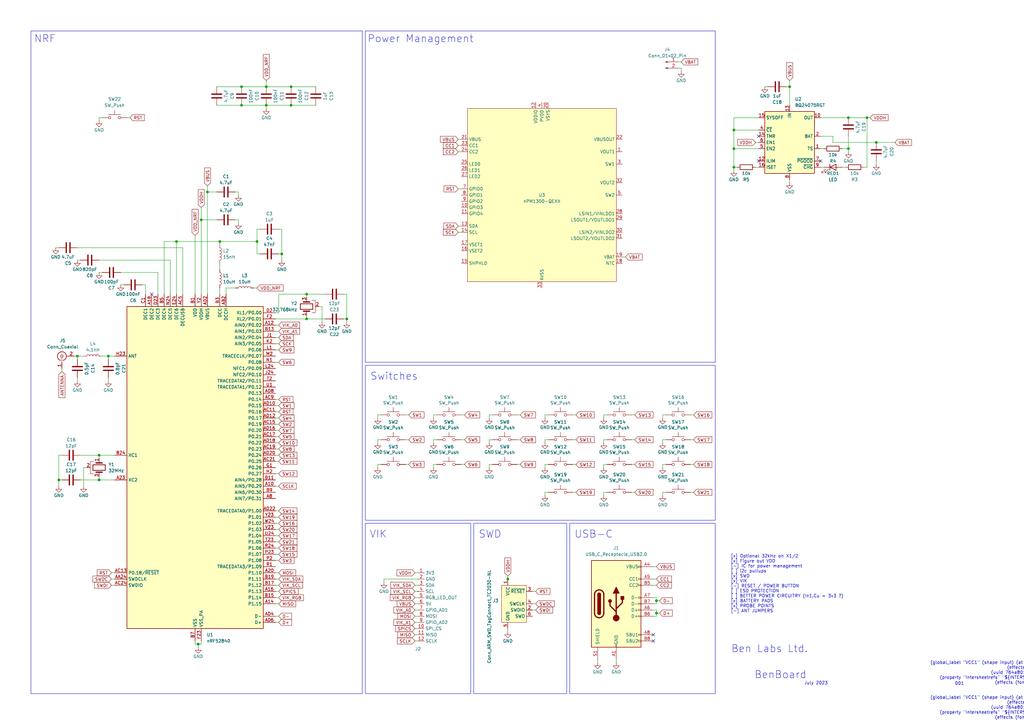
<source format=kicad_sch>
(kicad_sch (version 20230409) (generator eeschema)
  (paper "A3")
  (junction (at 44.45 146.05))
  (junction (at 269.24 246.38))
  (junction (at 142.24 130.81))
  (junction (at 208.28 237.49))
  (junction (at 300.99 68.58))
  (junction (at 347.98 60.96))
  (junction (at 72.39 99.06))
  (junction (at 323.85 35.56))
  (junction (at 359.41 58.42))
  (junction (at 125.73 130.81))
  (junction (at 115.57 104.14))
  (junction (at 269.24 251.46))
  (junction (at 109.22 43.18))
  (junction (at 347.98 48.26))
  (junction (at 355.6 48.26))
  (junction (at 125.73 120.65))
  (junction (at 90.17 99.06))
  (junction (at 24.13 196.85))
  (junction (at 40.64 196.85))
  (junction (at 82.55 90.17))
  (junction (at 40.64 186.69))
  (junction (at 81.28 264.16))
  (junction (at 109.22 35.56))
  (junction (at 300.99 53.34))
  (junction (at 300.99 60.96))
  (junction (at 99.06 43.18))
  (junction (at 119.38 35.56))
  (junction (at 31.75 146.05))
  (junction (at 105.41 99.06))
  (junction (at 119.38 43.18))
  (junction (at 99.06 35.56))
  (junction (at 85.09 78.74))
  (no_connect (at 311.15 66.04))
  (no_connect (at 267.97 260.35))
  (no_connect (at 336.55 66.04))
  (no_connect (at 267.97 262.89))
  (no_connect (at 62.23 120.65))
  (no_connect (at 311.15 55.88))
  (wire (pts (xy 114.3 224.79) (xy 113.03 224.79)))
  (wire (pts (xy 223.52 181.61) (xy 223.52 180.34)))
  (wire (pts (xy 114.3 120.65) (xy 114.3 128.27)))
  (wire (pts (xy 74.93 101.6) (xy 74.93 120.65)))
  (wire (pts (xy 24.13 101.6) (xy 22.86 101.6)))
  (wire (pts (xy 80.01 96.52) (xy 80.01 120.65)))
  (wire (pts (xy 341.63 58.42) (xy 359.41 58.42)))
  (wire (pts (xy 114.3 240.03) (xy 113.03 240.03)))
  (wire (pts (xy 81.28 265.43) (xy 81.28 264.16)))
  (wire (pts (xy 154.94 181.61) (xy 154.94 180.34)))
  (wire (pts (xy 187.96 77.47) (xy 189.23 77.47)))
  (wire (pts (xy 300.99 53.34) (xy 300.99 60.96)))
  (wire (pts (xy 114.3 212.09) (xy 113.03 212.09)))
  (wire (pts (xy 248.92 201.93) (xy 247.65 201.93)))
  (wire (pts (xy 187.96 95.25) (xy 189.23 95.25)))
  (wire (pts (xy 82.55 262.89) (xy 82.55 264.16)))
  (wire (pts (xy 24.13 196.85) (xy 25.4 196.85)))
  (wire (pts (xy 33.02 196.85) (xy 40.64 196.85)))
  (wire (pts (xy 236.22 190.5) (xy 234.95 190.5)))
  (wire (pts (xy 114.3 209.55) (xy 113.03 209.55)))
  (wire (pts (xy 341.63 55.88) (xy 336.55 55.88)))
  (wire (pts (xy 341.63 58.42) (xy 341.63 55.88)))
  (wire (pts (xy 248.92 190.5) (xy 247.65 190.5)))
  (wire (pts (xy 170.18 257.81) (xy 171.45 257.81)))
  (wire (pts (xy 189.23 180.34) (xy 190.5 180.34)))
  (wire (pts (xy 171.45 237.49) (xy 157.48 237.49)))
  (wire (pts (xy 114.3 219.71) (xy 113.03 219.71)))
  (wire (pts (xy 347.98 55.88) (xy 347.98 60.96)))
  (wire (pts (xy 99.06 43.18) (xy 109.22 43.18)))
  (wire (pts (xy 218.44 250.19) (xy 219.71 250.19)))
  (wire (pts (xy 114.3 194.31) (xy 113.03 194.31)))
  (wire (pts (xy 114.3 148.59) (xy 113.03 148.59)))
  (wire (pts (xy 167.64 190.5) (xy 166.37 190.5)))
  (wire (pts (xy 190.5 170.18) (xy 189.23 170.18)))
  (wire (pts (xy 323.85 33.02) (xy 323.85 35.56)))
  (wire (pts (xy 213.36 190.5) (xy 212.09 190.5)))
  (wire (pts (xy 170.18 262.89) (xy 171.45 262.89)))
  (wire (pts (xy 200.66 191.77) (xy 200.66 190.5)))
  (wire (pts (xy 40.64 48.26) (xy 40.64 49.53)))
  (wire (pts (xy 114.3 222.25) (xy 113.03 222.25)))
  (wire (pts (xy 259.08 180.34) (xy 260.35 180.34)))
  (wire (pts (xy 355.6 48.26) (xy 356.87 48.26)))
  (wire (pts (xy 96.52 90.17) (xy 97.79 90.17)))
  (wire (pts (xy 170.18 247.65) (xy 171.45 247.65)))
  (wire (pts (xy 224.79 201.93) (xy 223.52 201.93)))
  (wire (pts (xy 109.22 43.18) (xy 119.38 43.18)))
  (wire (pts (xy 234.95 201.93) (xy 236.22 201.93)))
  (wire (pts (xy 113.03 138.43) (xy 114.3 138.43)))
  (wire (pts (xy 45.72 237.49) (xy 46.99 237.49)))
  (wire (pts (xy 283.21 180.34) (xy 284.48 180.34)))
  (wire (pts (xy 114.3 143.51) (xy 113.03 143.51)))
  (wire (pts (xy 115.57 104.14) (xy 114.3 104.14)))
  (wire (pts (xy 336.55 60.96) (xy 337.82 60.96)))
  (wire (pts (xy 115.57 104.14) (xy 115.57 106.68)))
  (wire (pts (xy 114.3 229.87) (xy 113.03 229.87)))
  (wire (pts (xy 347.98 60.96) (xy 347.98 62.23)))
  (wire (pts (xy 33.02 106.68) (xy 31.75 106.68)))
  (wire (pts (xy 44.45 146.05) (xy 46.99 146.05)))
  (wire (pts (xy 247.65 171.45) (xy 247.65 170.18)))
  (wire (pts (xy 104.14 118.11) (xy 105.41 118.11)))
  (wire (pts (xy 187.96 57.15) (xy 189.23 57.15)))
  (wire (pts (xy 142.24 130.81) (xy 142.24 120.65)))
  (wire (pts (xy 300.99 68.58) (xy 302.26 68.58)))
  (wire (pts (xy 345.44 60.96) (xy 347.98 60.96)))
  (wire (pts (xy 45.72 234.95) (xy 46.99 234.95)))
  (wire (pts (xy 201.93 170.18) (xy 200.66 170.18)))
  (wire (pts (xy 80.01 264.16) (xy 80.01 262.89)))
  (wire (pts (xy 223.52 191.77) (xy 223.52 190.5)))
  (wire (pts (xy 154.94 191.77) (xy 154.94 190.5)))
  (wire (pts (xy 67.31 99.06) (xy 72.39 99.06)))
  (wire (pts (xy 170.18 250.19) (xy 171.45 250.19)))
  (wire (pts (xy 113.03 237.49) (xy 114.3 237.49)))
  (wire (pts (xy 114.3 171.45) (xy 113.03 171.45)))
  (wire (pts (xy 90.17 107.95) (xy 90.17 110.49)))
  (wire (pts (xy 170.18 240.03) (xy 171.45 240.03)))
  (wire (pts (xy 187.96 62.23) (xy 189.23 62.23)))
  (wire (pts (xy 170.18 242.57) (xy 171.45 242.57)))
  (wire (pts (xy 323.85 73.66) (xy 323.85 74.93)))
  (wire (pts (xy 170.18 260.35) (xy 171.45 260.35)))
  (wire (pts (xy 259.08 170.18) (xy 260.35 170.18)))
  (wire (pts (xy 279.4 29.21) (xy 279.4 27.94)))
  (wire (pts (xy 252.73 270.51) (xy 252.73 271.78)))
  (wire (pts (xy 259.08 201.93) (xy 260.35 201.93)))
  (wire (pts (xy 114.3 166.37) (xy 113.03 166.37)))
  (wire (pts (xy 41.91 146.05) (xy 44.45 146.05)))
  (wire (pts (xy 24.13 196.85) (xy 24.13 199.39)))
  (wire (pts (xy 248.92 180.34) (xy 247.65 180.34)))
  (wire (pts (xy 259.08 190.5) (xy 260.35 190.5)))
  (wire (pts (xy 113.03 133.35) (xy 114.3 133.35)))
  (wire (pts (xy 218.44 242.57) (xy 219.71 242.57)))
  (wire (pts (xy 30.48 146.05) (xy 31.75 146.05)))
  (wire (pts (xy 59.69 120.65) (xy 59.69 116.84)))
  (wire (pts (xy 115.57 93.98) (xy 115.57 104.14)))
  (wire (pts (xy 269.24 247.65) (xy 269.24 246.38)))
  (wire (pts (xy 355.6 68.58) (xy 355.6 48.26)))
  (wire (pts (xy 105.41 99.06) (xy 105.41 93.98)))
  (wire (pts (xy 170.18 255.27) (xy 171.45 255.27)))
  (wire (pts (xy 247.65 191.77) (xy 247.65 190.5)))
  (wire (pts (xy 119.38 35.56) (xy 129.54 35.56)))
  (wire (pts (xy 114.3 217.17) (xy 113.03 217.17)))
  (wire (pts (xy 267.97 250.19) (xy 269.24 250.19)))
  (wire (pts (xy 154.94 171.45) (xy 154.94 170.18)))
  (wire (pts (xy 273.05 170.18) (xy 271.78 170.18)))
  (wire (pts (xy 85.09 78.74) (xy 85.09 120.65)))
  (wire (pts (xy 269.24 246.38) (xy 270.51 246.38)))
  (wire (pts (xy 273.05 201.93) (xy 271.78 201.93)))
  (wire (pts (xy 283.21 190.5) (xy 284.48 190.5)))
  (wire (pts (xy 189.23 190.5) (xy 190.5 190.5)))
  (wire (pts (xy 187.96 92.71) (xy 189.23 92.71)))
  (wire (pts (xy 140.97 130.81) (xy 142.24 130.81)))
  (wire (pts (xy 156.21 190.5) (xy 154.94 190.5)))
  (wire (pts (xy 52.07 48.26) (xy 53.34 48.26)))
  (wire (pts (xy 278.13 25.4) (xy 279.4 25.4)))
  (wire (pts (xy 269.24 252.73) (xy 267.97 252.73)))
  (wire (pts (xy 35.56 191.77) (xy 34.29 191.77)))
  (wire (pts (xy 114.3 189.23) (xy 113.03 189.23)))
  (wire (pts (xy 234.95 170.18) (xy 236.22 170.18)))
  (wire (pts (xy 105.41 93.98) (xy 106.68 93.98)))
  (wire (pts (xy 92.71 118.11) (xy 96.52 118.11)))
  (wire (pts (xy 247.65 181.61) (xy 247.65 180.34)))
  (wire (pts (xy 82.55 264.16) (xy 81.28 264.16)))
  (wire (pts (xy 82.55 90.17) (xy 88.9 90.17)))
  (wire (pts (xy 99.06 35.56) (xy 109.22 35.56)))
  (wire (pts (xy 234.95 180.34) (xy 236.22 180.34)))
  (wire (pts (xy 170.18 234.95) (xy 171.45 234.95)))
  (wire (pts (xy 97.79 78.74) (xy 97.79 80.01)))
  (wire (pts (xy 45.72 240.03) (xy 46.99 240.03)))
  (wire (pts (xy 247.65 203.2) (xy 247.65 201.93)))
  (wire (pts (xy 208.28 236.22) (xy 208.28 237.49)))
  (wire (pts (xy 322.58 35.56) (xy 323.85 35.56)))
  (wire (pts (xy 113.03 247.65) (xy 114.3 247.65)))
  (wire (pts (xy 25.4 152.4) (xy 25.4 151.13)))
  (wire (pts (xy 114.3 227.33) (xy 113.03 227.33)))
  (wire (pts (xy 114.3 179.07) (xy 113.03 179.07)))
  (wire (pts (xy 323.85 35.56) (xy 323.85 43.18)))
  (wire (pts (xy 119.38 43.18) (xy 129.54 43.18)))
  (wire (pts (xy 201.93 180.34) (xy 200.66 180.34)))
  (wire (pts (xy 269.24 245.11) (xy 267.97 245.11)))
  (wire (pts (xy 187.96 59.69) (xy 189.23 59.69)))
  (wire (pts (xy 64.77 120.65) (xy 64.77 111.76)))
  (wire (pts (xy 157.48 237.49) (xy 157.48 238.76)))
  (wire (pts (xy 269.24 251.46) (xy 269.24 252.73)))
  (wire (pts (xy 41.91 111.76) (xy 40.64 111.76)))
  (wire (pts (xy 125.73 120.65) (xy 114.3 120.65)))
  (wire (pts (xy 223.52 203.2) (xy 223.52 201.93)))
  (wire (pts (xy 179.07 170.18) (xy 177.8 170.18)))
  (wire (pts (xy 113.03 234.95) (xy 114.3 234.95)))
  (wire (pts (xy 31.75 146.05) (xy 34.29 146.05)))
  (wire (pts (xy 224.79 190.5) (xy 223.52 190.5)))
  (wire (pts (xy 200.66 171.45) (xy 200.66 170.18)))
  (wire (pts (xy 44.45 146.05) (xy 44.45 147.32)))
  (wire (pts (xy 156.21 170.18) (xy 154.94 170.18)))
  (wire (pts (xy 125.73 120.65) (xy 125.73 121.92)))
  (wire (pts (xy 132.08 125.73) (xy 132.08 132.08)))
  (wire (pts (xy 355.6 68.58) (xy 354.33 68.58)))
  (wire (pts (xy 40.64 106.68) (xy 69.85 106.68)))
  (wire (pts (xy 88.9 43.18) (xy 99.06 43.18)))
  (wire (pts (xy 105.41 104.14) (xy 105.41 99.06)))
  (wire (pts (xy 109.22 33.02) (xy 109.22 35.56)))
  (wire (pts (xy 177.8 181.61) (xy 177.8 180.34)))
  (wire (pts (xy 273.05 180.34) (xy 271.78 180.34)))
  (wire (pts (xy 113.03 245.11) (xy 114.3 245.11)))
  (wire (pts (xy 113.03 255.27) (xy 114.3 255.27)))
  (wire (pts (xy 96.52 78.74) (xy 97.79 78.74)))
  (wire (pts (xy 300.99 60.96) (xy 311.15 60.96)))
  (wire (pts (xy 267.97 247.65) (xy 269.24 247.65)))
  (wire (pts (xy 179.07 190.5) (xy 177.8 190.5)))
  (wire (pts (xy 177.8 191.77) (xy 177.8 190.5)))
  (wire (pts (xy 114.3 93.98) (xy 115.57 93.98)))
  (wire (pts (xy 113.03 252.73) (xy 114.3 252.73)))
  (wire (pts (xy 40.64 195.58) (xy 40.64 196.85)))
  (wire (pts (xy 31.75 147.32) (xy 31.75 146.05)))
  (wire (pts (xy 113.03 242.57) (xy 114.3 242.57)))
  (wire (pts (xy 49.53 116.84) (xy 50.8 116.84)))
  (wire (pts (xy 109.22 43.18) (xy 109.22 44.45)))
  (wire (pts (xy 245.11 270.51) (xy 245.11 271.78)))
  (wire (pts (xy 359.41 58.42) (xy 367.03 58.42)))
  (wire (pts (xy 58.42 116.84) (xy 59.69 116.84)))
  (wire (pts (xy 25.4 186.69) (xy 24.13 186.69)))
  (wire (pts (xy 167.64 170.18) (xy 166.37 170.18)))
  (wire (pts (xy 224.79 170.18) (xy 223.52 170.18)))
  (wire (pts (xy 113.03 135.89) (xy 114.3 135.89)))
  (wire (pts (xy 40.64 196.85) (xy 46.99 196.85)))
  (wire (pts (xy 267.97 237.49) (xy 269.24 237.49)))
  (wire (pts (xy 90.17 99.06) (xy 105.41 99.06)))
  (wire (pts (xy 31.75 154.94) (xy 31.75 156.21)))
  (wire (pts (xy 113.03 128.27) (xy 114.3 128.27)))
  (wire (pts (xy 218.44 247.65) (xy 219.71 247.65)))
  (wire (pts (xy 223.52 171.45) (xy 223.52 170.18)))
  (wire (pts (xy 255.27 105.41) (xy 256.54 105.41)))
  (wire (pts (xy 142.24 130.81) (xy 142.24 132.08)))
  (wire (pts (xy 85.09 78.74) (xy 88.9 78.74)))
  (wire (pts (xy 300.99 48.26) (xy 311.15 48.26)))
  (wire (pts (xy 248.92 170.18) (xy 247.65 170.18)))
  (wire (pts (xy 269.24 251.46) (xy 270.51 251.46)))
  (wire (pts (xy 113.03 130.81) (xy 125.73 130.81)))
  (wire (pts (xy 40.64 186.69) (xy 40.64 187.96)))
  (wire (pts (xy 34.29 191.77) (xy 34.29 199.39)))
  (wire (pts (xy 82.55 90.17) (xy 82.55 120.65)))
  (wire (pts (xy 40.64 48.26) (xy 41.91 48.26)))
  (wire (pts (xy 82.55 85.09) (xy 82.55 90.17)))
  (wire (pts (xy 269.24 250.19) (xy 269.24 251.46)))
  (wire (pts (xy 311.15 53.34) (xy 300.99 53.34)))
  (wire (pts (xy 106.68 104.14) (xy 105.41 104.14)))
  (wire (pts (xy 267.97 240.03) (xy 269.24 240.03)))
  (wire (pts (xy 200.66 181.61) (xy 200.66 180.34)))
  (wire (pts (xy 113.03 140.97) (xy 114.3 140.97)))
  (wire (pts (xy 85.09 76.2) (xy 85.09 78.74)))
  (wire (pts (xy 269.24 246.38) (xy 269.24 245.11)))
  (wire (pts (xy 90.17 99.06) (xy 90.17 100.33)))
  (wire (pts (xy 125.73 130.81) (xy 125.73 129.54)))
  (wire (pts (xy 114.3 214.63) (xy 113.03 214.63)))
  (wire (pts (xy 72.39 99.06) (xy 72.39 120.65)))
  (wire (pts (xy 314.96 35.56) (xy 313.69 35.56)))
  (wire (pts (xy 113.03 163.83) (xy 114.3 163.83)))
  (wire (pts (xy 140.97 120.65) (xy 142.24 120.65)))
  (wire (pts (xy 212.09 170.18) (xy 213.36 170.18)))
  (wire (pts (xy 92.71 120.65) (xy 92.71 118.11)))
  (wire (pts (xy 113.03 199.39) (xy 114.3 199.39)))
  (wire (pts (xy 31.75 101.6) (xy 74.93 101.6)))
  (wire (pts (xy 300.99 48.26) (xy 300.99 53.34)))
  (wire (pts (xy 133.35 120.65) (xy 125.73 120.65)))
  (wire (pts (xy 114.3 173.99) (xy 113.03 173.99)))
  (wire (pts (xy 69.85 120.65) (xy 69.85 106.68)))
  (wire (pts (xy 300.99 60.96) (xy 300.99 68.58)))
  (wire (pts (xy 44.45 154.94) (xy 44.45 156.21)))
  (wire (pts (xy 345.44 68.58) (xy 346.71 68.58)))
  (wire (pts (xy 125.73 130.81) (xy 133.35 130.81)))
  (wire (pts (xy 179.07 180.34) (xy 177.8 180.34)))
  (wire (pts (xy 283.21 170.18) (xy 284.48 170.18)))
  (wire (pts (xy 224.79 180.34) (xy 223.52 180.34)))
  (wire (pts (xy 67.31 120.65) (xy 67.31 99.06)))
  (wire (pts (xy 130.81 125.73) (xy 132.08 125.73)))
  (wire (pts (xy 90.17 118.11) (xy 90.17 120.65)))
  (wire (pts (xy 40.64 186.69) (xy 46.99 186.69)))
  (wire (pts (xy 309.88 68.58) (xy 311.15 68.58)))
  (wire (pts (xy 201.93 190.5) (xy 200.66 190.5)))
  (wire (pts (xy 170.18 252.73) (xy 171.45 252.73)))
  (wire (pts (xy 156.21 180.34) (xy 154.94 180.34)))
  (wire (pts (xy 336.55 68.58) (xy 337.82 68.58)))
  (wire (pts (xy 271.78 203.2) (xy 271.78 201.93)))
  (wire (pts (xy 72.39 99.06) (xy 90.17 99.06)))
  (wire (pts (xy 212.09 180.34) (xy 213.36 180.34)))
  (wire (pts (xy 114.3 184.15) (xy 113.03 184.15)))
  (wire (pts (xy 170.18 245.11) (xy 171.45 245.11)))
  (wire (pts (xy 278.13 27.94) (xy 279.4 27.94)))
  (wire (pts (xy 33.02 186.69) (xy 40.64 186.69)))
  (wire (pts (xy 271.78 181.61) (xy 271.78 180.34)))
  (wire (pts (xy 88.9 35.56) (xy 99.06 35.56)))
  (wire (pts (xy 49.53 111.76) (xy 64.77 111.76)))
  (wire (pts (xy 166.37 180.34) (xy 167.64 180.34)))
  (wire (pts (xy 109.22 35.56) (xy 119.38 35.56)))
  (wire (pts (xy 114.3 186.69) (xy 113.03 186.69)))
  (wire (pts (xy 208.28 257.81) (xy 208.28 259.08)))
  (wire (pts (xy 80.01 264.16) (xy 81.28 264.16)))
  (wire (pts (xy 271.78 171.45) (xy 271.78 170.18)))
  (wire (pts (xy 300.99 68.58) (xy 300.99 69.85)))
  (wire (pts (xy 24.13 186.69) (xy 24.13 196.85)))
  (wire (pts (xy 359.41 67.31) (xy 359.41 66.04)))
  (wire (pts (xy 113.03 168.91) (xy 114.3 168.91)))
  (wire (pts (xy 267.97 232.41) (xy 269.24 232.41)))
  (wire (pts (xy 97.79 90.17) (xy 97.79 91.44)))
  (wire (pts (xy 273.05 190.5) (xy 271.78 190.5)))
  (wire (pts (xy 283.21 201.93) (xy 284.48 201.93)))
  (wire (pts (xy 336.55 48.26) (xy 347.98 48.26)))
  (wire (pts (xy 309.88 58.42) (xy 311.15 58.42)))
  (wire (pts (xy 347.98 48.26) (xy 355.6 48.26)))
  (wire (pts (xy 208.28 237.49) (xy 208.28 238.76)))
  (wire (pts (xy 114.3 176.53) (xy 113.03 176.53)))
  (wire (pts (xy 177.8 171.45) (xy 177.8 170.18)))
  (wire (pts (xy 271.78 191.77) (xy 271.78 190.5)))
  (wire (pts (xy 114.3 181.61) (xy 113.03 181.61)))
  (rectangle (start 12.7 12.7) (end 148.59 284.48))
  (rectangle (start 233.68 214.63) (end 293.37 284.48))
  (rectangle (start 194.31 214.63) (end 232.41 284.48))
  (rectangle (start 149.86 149.86) (end 293.37 213.36))
  (rectangle (start 149.86 12.7) (end 293.37 148.59))
  (rectangle (start 149.86 214.63) (end 193.04 284.48))
  (text "[x] Optional 32kHz on X1/2\n[x] Figure out VDD\n[-] IC for power management\n[ ] i2c pullups\n[x] SWD\n[x] VIK\n[-] RESET / POWER BUTTON\n[ ] ESD PROTECTION\n[ ] BETTER POWER CIRCUITRY (In1.Cu = 3v3 ?)\n[x] BATTERY PADS\n[x] PROBE POINTS\n[-] ANT JUMPERS" (at 299.72 251.46 0) (effects (font (size 1.27 1.27)) (justify left bottom)))
  (text "USB-C" (at 251.46 220.98 0) (effects (font (size 3 3)) (justify right bottom)))
  (text "001\n" (at 395.4131 281.2115 0) (effects (font (size 1.27 1.27)) (justify right bottom)))
  (text "Switches\n" (at 171.45 156.21 0) (effects (font (size 3 3)) (justify right bottom)))
  (text "Ben Labs Ltd." (at 331.47 267.97 0) (effects (font (size 3 3)) (justify right bottom)))
  (text "SWD\n" (at 205.74 220.98 0) (effects (font (size 3 3)) (justify right bottom)))
  (text "NRF" (at 22.86 17.78 0) (effects (font (size 3 3)) (justify right bottom)))
  (text "BenBoard" (at 330.87 278.6279 0) (effects (font (size 3 3)) (justify right bottom)))
  (text "Power Management\n" (at 194.31 17.78 0) (effects (font (size 3 3)) (justify right bottom)))
  (text "VIK" (at 158.75 220.98 0) (effects (font (size 3 3)) (justify right bottom)))
  (text "July 2023\n" (at 339.5801 281.0095 0) (effects (font (size 1.27 1.27)) (justify right bottom)))
  (text "(global_label \"VCC1\" (shape input) (at 269.24 237.49 0) (fields_autoplaced)\n  (effects (font (size 1.27 1.27)) (justify left))\n  (uuid 764a8019-8547-4c42-bd1d-b73854bda07f)\n  (property \"Intersheetrefs\" \"${INTERSHEET_REFS}\" (at 277.0633 237.49 0)\n    (effects (font (size 1.27 1.27)) (justify left) hide)\n  )\n)\n(global_label \"VCC1\" (shape input) (at 269.24 237.49 0) (fields_autoplaced)\n  (effects (font (size 1.27 1.27)) (justify left))\n  (uuid 764a8019-8547-4c42-bd1d-b73854bda07f)\n  (property \"Intersheetrefs\" \"${INTERSHEET_REFS}\" (at 277.0633 237.49 0)\n    (effects (font (size 1.27 1.27)) (justify left) hide)\n  )\n" (at 457.2 297.18 0) (effects (font (size 1.27 1.27)) (justify right bottom)))
  (global_label "RST" (shape input) (at 45.72 234.95 180) (property "Intersheetrefs" "${INTERSHEET_REFS}" (effects hide)))
  (global_label "SW15" (shape input) (at 260.35 190.5 0) (property "Intersheetrefs" "${INTERSHEET_REFS}" (effects hide)))
  (global_label "SW20" (shape input) (at 260.35 201.93 0) (property "Intersheetrefs" "${INTERSHEET_REFS}" (effects hide)))
  (global_label "MISO" (shape input) (at 170.18 260.35 180) (property "Intersheetrefs" "${INTERSHEET_REFS}" (effects hide)))
  (global_label "SW14" (shape input) (at 260.35 180.34 0) (property "Intersheetrefs" "${INTERSHEET_REFS}" (effects hide)))
  (global_label "ANTENNA" (shape input) (at 25.4 152.4 270) (property "Intersheetrefs" "${INTERSHEET_REFS}" (effects hide)))
  (global_label "SW19" (shape input) (at 236.22 201.93 0) (property "Intersheetrefs" "${INTERSHEET_REFS}" (effects hide)))
  (global_label "SW2" (shape input) (at 167.64 180.34 0) (property "Intersheetrefs" "${INTERSHEET_REFS}" (effects hide)))
  (global_label "SW16" (shape input) (at 114.3 214.63 0) (property "Intersheetrefs" "${INTERSHEET_REFS}" (effects hide)))
  (global_label "SDA" (shape input) (at 187.96 92.71 180) (property "Intersheetrefs" "${INTERSHEET_REFS}" (effects hide)))
  (global_label "SCK" (shape input) (at 187.96 95.25 180) (property "Intersheetrefs" "${INTERSHEET_REFS}" (effects hide)))
  (global_label "SW18" (shape input) (at 114.3 224.79 0) (property "Intersheetrefs" "${INTERSHEET_REFS}" (effects hide)))
  (global_label "SPICS" (shape input) (at 114.3 242.57 0) (property "Intersheetrefs" "${INTERSHEET_REFS}" (effects hide)))
  (global_label "VDDH" (shape input) (at 309.88 58.42 180) (property "Intersheetrefs" "${INTERSHEET_REFS}" (effects hide)))
  (global_label "VIK_SCL" (shape input) (at 170.18 242.57 180) (property "Intersheetrefs" "${INTERSHEET_REFS}" (effects hide)))
  (global_label "MOSI" (shape input) (at 114.3 234.95 0) (property "Intersheetrefs" "${INTERSHEET_REFS}" (effects hide)))
  (global_label "VBUS" (shape input) (at 323.85 33.02 90) (property "Intersheetrefs" "${INTERSHEET_REFS}" (effects hide)))
  (global_label "VBAT" (shape input) (at 256.54 105.41 0) (property "Intersheetrefs" "${INTERSHEET_REFS}" (effects hide)))
  (global_label "VDD_NRF" (shape input) (at 105.41 118.11 0) (property "Intersheetrefs" "${INTERSHEET_REFS}" (effects hide)))
  (global_label "SW8" (shape input) (at 213.36 180.34 0) (property "Intersheetrefs" "${INTERSHEET_REFS}" (effects hide)))
  (global_label "D+" (shape input) (at 270.51 251.46 0) (property "Intersheetrefs" "${INTERSHEET_REFS}" (effects hide)))
  (global_label "VIK_A0" (shape input) (at 170.18 250.19 180) (property "Intersheetrefs" "${INTERSHEET_REFS}" (effects hide)))
  (global_label "MOSI" (shape input) (at 170.18 252.73 180) (property "Intersheetrefs" "${INTERSHEET_REFS}" (effects hide)))
  (global_label "SW19" (shape input) (at 114.3 212.09 0) (property "Intersheetrefs" "${INTERSHEET_REFS}" (effects hide)))
  (global_label "SWDI" (shape input) (at 45.72 240.03 180) (property "Intersheetrefs" "${INTERSHEET_REFS}" (effects hide)))
  (global_label "SW16" (shape input) (at 284.48 170.18 0) (property "Intersheetrefs" "${INTERSHEET_REFS}" (effects hide)))
  (global_label "VBAT" (shape input) (at 279.4 25.4 0) (property "Intersheetrefs" "${INTERSHEET_REFS}" (effects hide)))
  (global_label "CC2" (shape input) (at 269.24 240.03 0) (property "Intersheetrefs" "${INTERSHEET_REFS}" (effects hide)))
  (global_label "VIK_SDA" (shape input) (at 170.18 240.03 180) (property "Intersheetrefs" "${INTERSHEET_REFS}" (effects hide)))
  (global_label "SW2" (shape input) (at 114.3 173.99 0) (property "Intersheetrefs" "${INTERSHEET_REFS}" (effects hide)))
  (global_label "RST" (shape input) (at 114.3 163.83 0) (property "Intersheetrefs" "${INTERSHEET_REFS}" (effects hide)))
  (global_label "SW5" (shape input) (at 114.3 179.07 0) (property "Intersheetrefs" "${INTERSHEET_REFS}" (effects hide)))
  (global_label "SPICS" (shape input) (at 170.18 257.81 180) (property "Intersheetrefs" "${INTERSHEET_REFS}" (effects hide)))
  (global_label "VIK_SDA" (shape input) (at 114.3 237.49 0) (property "Intersheetrefs" "${INTERSHEET_REFS}" (effects hide)))
  (global_label "VBAT" (shape input) (at 367.03 58.42 0) (property "Intersheetrefs" "${INTERSHEET_REFS}" (effects hide)))
  (global_label "SCLK" (shape input) (at 114.3 199.39 0) (property "Intersheetrefs" "${INTERSHEET_REFS}" (effects hide)))
  (global_label "SW17" (shape input) (at 114.3 219.71 0) (property "Intersheetrefs" "${INTERSHEET_REFS}" (effects hide)))
  (global_label "VDDH" (shape input) (at 82.55 85.09 90) (property "Intersheetrefs" "${INTERSHEET_REFS}" (effects hide)))
  (global_label "SW7" (shape input) (at 213.36 170.18 0) (property "Intersheetrefs" "${INTERSHEET_REFS}" (effects hide)))
  (global_label "MISO" (shape input) (at 114.3 247.65 0) (property "Intersheetrefs" "${INTERSHEET_REFS}" (effects hide)))
  (global_label "RST" (shape input) (at 53.34 48.26 0) (property "Intersheetrefs" "${INTERSHEET_REFS}" (effects hide)))
  (global_label "VDDH" (shape input) (at 170.18 234.95 180) (property "Intersheetrefs" "${INTERSHEET_REFS}" (effects hide)))
  (global_label "SWDC" (shape input) (at 219.71 247.65 0) (property "Intersheetrefs" "${INTERSHEET_REFS}" (effects hide)))
  (global_label "SW20" (shape input) (at 114.3 217.17 0) (property "Intersheetrefs" "${INTERSHEET_REFS}" (effects hide)))
  (global_label "SW10" (shape input) (at 236.22 170.18 0) (property "Intersheetrefs" "${INTERSHEET_REFS}" (effects hide)))
  (global_label "VDD_NRF" (shape input) (at 109.22 33.02 90) (property "Intersheetrefs" "${INTERSHEET_REFS}" (effects hide)))
  (global_label "VIK_RGB" (shape input) (at 114.3 245.11 0) (property "Intersheetrefs" "${INTERSHEET_REFS}" (effects hide)))
  (global_label "RST" (shape input) (at 219.71 242.57 0) (property "Intersheetrefs" "${INTERSHEET_REFS}" (effects hide)))
  (global_label "VDDH" (shape input) (at 356.87 48.26 0) (property "Intersheetrefs" "${INTERSHEET_REFS}" (effects hide)))
  (global_label "CC2" (shape input) (at 187.96 62.23 180) (property "Intersheetrefs" "${INTERSHEET_REFS}" (effects hide)))
  (global_label "VIK_A1" (shape input) (at 170.18 255.27 180) (property "Intersheetrefs" "${INTERSHEET_REFS}" (effects hide)))
  (global_label "SW9" (shape input) (at 213.36 190.5 0) (property "Intersheetrefs" "${INTERSHEET_REFS}" (effects hide)))
  (global_label "CC1" (shape input) (at 269.24 237.49 0) (property "Intersheetrefs" "${INTERSHEET_REFS}" (effects hide)))
  (global_label "SW11" (shape input) (at 114.3 189.23 0) (property "Intersheetrefs" "${INTERSHEET_REFS}" (effects hide)))
  (global_label "SW13" (shape input) (at 114.3 186.69 0) (property "Intersheetrefs" "${INTERSHEET_REFS}" (effects hide)))
  (global_label "RST" (shape input) (at 187.96 77.47 180) (property "Intersheetrefs" "${INTERSHEET_REFS}" (effects hide)))
  (global_label "D-" (shape input) (at 270.51 246.38 0) (property "Intersheetrefs" "${INTERSHEET_REFS}" (effects hide)))
  (global_label "SW6" (shape input) (at 114.3 148.59 0) (property "Intersheetrefs" "${INTERSHEET_REFS}" (effects hide)))
  (global_label "SW11" (shape input) (at 236.22 180.34 0) (property "Intersheetrefs" "${INTERSHEET_REFS}" (effects hide)))
  (global_label "SW1" (shape input) (at 167.64 170.18 0) (property "Intersheetrefs" "${INTERSHEET_REFS}" (effects hide)))
  (global_label "SW9" (shape input) (at 114.3 143.51 0) (property "Intersheetrefs" "${INTERSHEET_REFS}" (effects hide)))
  (global_label "SW5" (shape input) (at 190.5 180.34 0) (property "Intersheetrefs" "${INTERSHEET_REFS}" (effects hide)))
  (global_label "SDA" (shape input) (at 114.3 138.43 0) (property "Intersheetrefs" "${INTERSHEET_REFS}" (effects hide)))
  (global_label "SW3" (shape input) (at 167.64 190.5 0) (property "Intersheetrefs" "${INTERSHEET_REFS}" (effects hide)))
  (global_label "RST" (shape input) (at 114.3 168.91 0) (property "Intersheetrefs" "${INTERSHEET_REFS}" (effects hide)))
  (global_label "SWDC" (shape input) (at 45.72 237.49 180) (property "Intersheetrefs" "${INTERSHEET_REFS}" (effects hide)))
  (global_label "SWDI" (shape input) (at 219.71 250.19 0) (property "Intersheetrefs" "${INTERSHEET_REFS}" (effects hide)))
  (global_label "SW10" (shape input) (at 114.3 181.61 0) (property "Intersheetrefs" "${INTERSHEET_REFS}" (effects hide)))
  (global_label "SW8" (shape input) (at 114.3 184.15 0) (property "Intersheetrefs" "${INTERSHEET_REFS}" (effects hide)))
  (global_label "D-" (shape input) (at 114.3 252.73 0) (property "Intersheetrefs" "${INTERSHEET_REFS}" (effects hide)))
  (global_label "VBUS" (shape input) (at 269.24 232.41 0) (property "Intersheetrefs" "${INTERSHEET_REFS}" (effects hide)))
  (global_label "SCK" (shape input) (at 114.3 140.97 0) (property "Intersheetrefs" "${INTERSHEET_REFS}" (effects hide)))
  (global_label "SW4" (shape input) (at 190.5 170.18 0) (property "Intersheetrefs" "${INTERSHEET_REFS}" (effects hide)))
  (global_label "SW3" (shape input) (at 114.3 229.87 0) (property "Intersheetrefs" "${INTERSHEET_REFS}" (effects hide)))
  (global_label "SW13" (shape input) (at 260.35 170.18 0) (property "Intersheetrefs" "${INTERSHEET_REFS}" (effects hide)))
  (global_label "SW18" (shape input) (at 284.48 190.5 0) (property "Intersheetrefs" "${INTERSHEET_REFS}" (effects hide)))
  (global_label "SW1" (shape input) (at 114.3 166.37 0) (property "Intersheetrefs" "${INTERSHEET_REFS}" (effects hide)))
  (global_label "VDDH" (shape input) (at 208.28 236.22 90) (property "Intersheetrefs" "${INTERSHEET_REFS}" (effects hide)))
  (global_label "SW12" (shape input) (at 114.3 194.31 0) (property "Intersheetrefs" "${INTERSHEET_REFS}" (effects hide)))
  (global_label "VBUS" (shape input) (at 170.18 247.65 180) (property "Intersheetrefs" "${INTERSHEET_REFS}" (effects hide)))
  (global_label "CC1" (shape input) (at 187.96 59.69 180) (property "Intersheetrefs" "${INTERSHEET_REFS}" (effects hide)))
  (global_label "VBUS" (shape input) (at 187.96 57.15 180) (property "Intersheetrefs" "${INTERSHEET_REFS}" (effects hide)))
  (global_label "VIK_SCL" (shape input) (at 114.3 240.03 0) (property "Intersheetrefs" "${INTERSHEET_REFS}" (effects hide)))
  (global_label "VDD_NRF" (shape input) (at 80.01 96.52 90) (property "Intersheetrefs" "${INTERSHEET_REFS}" (effects hide)))
  (global_label "SW4" (shape input) (at 114.3 171.45 0) (property "Intersheetrefs" "${INTERSHEET_REFS}" (effects hide)))
  (global_label "SW21" (shape input) (at 114.3 222.25 0) (property "Intersheetrefs" "${INTERSHEET_REFS}" (effects hide)))
  (global_label "VBUS" (shape input) (at 85.09 76.2 90) (property "Intersheetrefs" "${INTERSHEET_REFS}" (effects hide)))
  (global_label "SW21" (shape input) (at 284.48 201.93 0) (property "Intersheetrefs" "${INTERSHEET_REFS}" (effects hide)))
  (global_label "SCLK" (shape input) (at 170.18 262.89 180) (property "Intersheetrefs" "${INTERSHEET_REFS}" (effects hide)))
  (global_label "SW12" (shape input) (at 236.22 190.5 0) (property "Intersheetrefs" "${INTERSHEET_REFS}" (effects hide)))
  (global_label "SW6" (shape input) (at 190.5 190.5 0) (property "Intersheetrefs" "${INTERSHEET_REFS}" (effects hide)))
  (global_label "SW17" (shape input) (at 284.48 180.34 0) (property "Intersheetrefs" "${INTERSHEET_REFS}" (effects hide)))
  (global_label "SW7" (shape input) (at 114.3 176.53 0) (property "Intersheetrefs" "${INTERSHEET_REFS}" (effects hide)))
  (global_label "VIK_RGB" (shape input) (at 170.18 245.11 180) (property "Intersheetrefs" "${INTERSHEET_REFS}" (effects hide)))
  (global_label "D+" (shape input) (at 114.3 255.27 0) (property "Intersheetrefs" "${INTERSHEET_REFS}" (effects hide)))
  (global_label "VIK_A1" (shape input) (at 114.3 135.89 0) (property "Intersheetrefs" "${INTERSHEET_REFS}" (effects hide)))
  (global_label "VIK_A0" (shape input) (at 114.3 133.35 0) (property "Intersheetrefs" "${INTERSHEET_REFS}" (effects hide)))
  (global_label "SW14" (shape input) (at 114.3 209.55 0) (property "Intersheetrefs" "${INTERSHEET_REFS}" (effects hide)))
  (global_label "SW15" (shape input) (at 114.3 227.33 0) (property "Intersheetrefs" "${INTERSHEET_REFS}" (effects hide)))
  (symbol (lib_id "Switch:SW_Push") (at 161.29 180.34 0) (unit 1)
    (property "Reference" "SW2" (at 161.29 173.101 0))
    (property "Value" "SW_Push" (at 161.29 175.4124 0))
    (property "Footprint" "keyswitches:Kailh_socket_MX" (effects hide))
  )
  (symbol (lib_id "Switch:SW_Push") (at 161.29 170.18 0) (unit 1)
    (property "Reference" "SW1" (at 161.29 162.941 0))
    (property "Value" "SW_Push" (at 161.29 165.2524 0))
    (property "Footprint" "keyswitches:Kailh_socket_MX" (effects hide))
  )
  (symbol (lib_id "power:GND") (at 300.99 69.85 0) (unit 1)
    (property "Reference" "#PWR019" (effects hide))
    (property "Value" "GND" (at 300.99 73.66 0))
  )
  (symbol (lib_id "Device:C") (at 36.83 106.68 270) (unit 1)
    (property "Reference" "C8" (at 36.83 113.03 90))
    (property "Value" "820pF" (at 36.83 110.49 90))
    (property "Footprint" "Capacitor_SMD:C_0603_1608Metric" (effects hide))
  )
  (symbol (lib_id "Connector:Conn_ARM_SWD_TagConnect_TC2030-NL") (at 210.82 247.65 0) (unit 1) (in_bom no)
    (property "Reference" "J3" (at 204.47 246.38 0) (effects (justify right)))
    (property "Value" "Conn_ARM_SWD_TagConnect_TC2030-NL" (at 200.66 233.68 90) (effects (justify right)))
    (property "Footprint" "Connector:Tag-Connect_TC2030-IDC-NL_2x03_P1.27mm_Vertical" (effects hide))
    (property "Datasheet" "https://www.tag-connect.com/wp-content/uploads/bsk-pdf-manager/TC2030-CTX_1.pdf" (effects hide))
  )
  (symbol (lib_id "Device:C") (at 318.77 35.56 270) (unit 1)
    (property "Reference" "C18" (at 318.77 41.91 90))
    (property "Value" "1uF" (at 318.77 39.37 90))
    (property "Footprint" "Capacitor_SMD:C_0603_1608Metric" (effects hide))
  )
  (symbol (lib_id "power:GND") (at 49.53 116.84 0) (unit 1)
    (property "Reference" "#PWR06" (effects hide))
    (property "Value" "GND" (at 49.53 120.65 0))
  )
  (symbol (lib_id "power:GND") (at 271.78 191.77 0) (unit 1)
    (property "Reference" "#PWR043" (effects hide))
    (property "Value" "GND" (at 271.78 195.58 0))
  )
  (symbol (lib_id "power:GND") (at 247.65 203.2 0) (unit 1)
    (property "Reference" "#PWR040" (effects hide))
    (property "Value" "GND" (at 247.65 207.01 0))
  )
  (symbol (lib_id "power:GND") (at 271.78 181.61 0) (unit 1)
    (property "Reference" "#PWR042" (effects hide))
    (property "Value" "GND" (at 271.78 185.42 0))
  )
  (symbol (lib_id "Switch:SW_Push") (at 278.13 170.18 0) (unit 1)
    (property "Reference" "SW16" (at 278.13 162.941 0))
    (property "Value" "SW_Push" (at 278.13 165.2524 0))
    (property "Footprint" "keyswitches:Kailh_socket_MX" (effects hide))
  )
  (symbol (lib_id "Switch:SW_Push") (at 46.99 48.26 0) (unit 1)
    (property "Reference" "SW22" (at 46.99 40.64 0))
    (property "Value" "SW_Push" (at 46.99 43.18 0))
    (property "Footprint" "Button_Switch_SMD:SW_SPST_CK_KXT3" (effects hide))
  )
  (symbol (lib_id "power:GND") (at 200.66 181.61 0) (unit 1)
    (property "Reference" "#PWR031" (effects hide))
    (property "Value" "GND" (at 200.66 185.42 0))
  )
  (symbol (lib_id "power:GND") (at 323.85 74.93 0) (unit 1)
    (property "Reference" "#PWR020" (effects hide))
    (property "Value" "GND" (at 323.85 78.74 0))
  )
  (symbol (lib_id "Device:C") (at 92.71 78.74 90) (unit 1)
    (property "Reference" "C1" (at 92.71 72.39 90))
    (property "Value" "4.7uF" (at 92.71 74.93 90))
    (property "Footprint" "Connector_FFC-FPC:TE_1-84953-2_1x12-1MP_P1.0mm_Horizontal" (effects hide))
  )
  (symbol (lib_id "Device:C") (at 109.22 39.37 0) (unit 1)
    (property "Reference" "C11" (at 115.57 39.37 90))
    (property "Value" "100nF" (at 113.03 39.37 90))
    (property "Footprint" "Capacitor_SMD:C_0603_1608Metric" (effects hide))
  )
  (symbol (lib_id "power:GND") (at 40.64 111.76 0) (unit 1)
    (property "Reference" "#PWR07" (effects hide))
    (property "Value" "GND" (at 40.64 115.57 0))
  )
  (symbol (lib_id "Device:C") (at 45.72 111.76 270) (unit 1)
    (property "Reference" "C7" (at 45.72 118.11 90))
    (property "Value" "100pF" (at 45.72 115.57 90))
    (property "Footprint" "Capacitor_SMD:C_0603_1608Metric" (effects hide))
  )
  (symbol (lib_id "Switch:SW_Push") (at 184.15 170.18 0) (unit 1)
    (property "Reference" "SW4" (at 184.15 162.941 0))
    (property "Value" "SW_Push" (at 184.15 165.2524 0))
    (property "Footprint" "keyswitches:Kailh_socket_MX" (effects hide))
  )
  (symbol (lib_id "vik:vik-keyboard-connector") (at 171.45 248.92 0) (unit 1)
    (property "Reference" "J2" (at 170.2367 266.1388 0) (effects (justify left)))
    (property "Value" "~" (at 171.45 242.57 0))
    (property "Footprint" "vik:vik-keyboard-connector-horizontal" (effects hide))
  )
  (symbol (lib_id "Device:C") (at 92.71 90.17 90) (unit 1)
    (property "Reference" "C2" (at 92.71 83.82 90))
    (property "Value" "4.7uF" (at 92.71 86.36 90))
    (property "Footprint" "Capacitor_SMD:C_0603_1608Metric" (effects hide))
  )
  (symbol (lib_id "power:GND") (at 40.64 49.53 0) (unit 1)
    (property "Reference" "#PWR048" (effects hide))
    (property "Value" "GND" (at 40.64 53.34 0))
  )
  (symbol (lib_id "Switch:SW_Push") (at 229.87 170.18 0) (unit 1)
    (property "Reference" "SW10" (at 229.87 162.941 0))
    (property "Value" "SW_Push" (at 229.87 165.2524 0))
    (property "Footprint" "keyswitches:Kailh_socket_MX" (effects hide))
  )
  (symbol (lib_id "Battery_Management:BQ24075RGT") (at 323.85 58.42 0) (unit 1)
    (property "Reference" "U2" (at 326.0441 40.64 0) (effects (justify left)))
    (property "Value" "BQ24075RGT" (at 326.0441 43.18 0) (effects (justify left)))
    (property "Footprint" "Package_DFN_QFN:VQFN-16-1EP_3x3mm_P0.5mm_EP1.6x1.6mm" (effects hide))
    (property "Datasheet" "http://www.ti.com/lit/ds/symlink/bq24075.pdf" (effects hide))
  )
  (symbol (lib_id "power:GND") (at 44.45 156.21 0) (unit 1)
    (property "Reference" "#PWR021" (effects hide))
    (property "Value" "GND" (at 44.45 160.02 0))
  )
  (symbol (lib_id "power:GND") (at 109.22 44.45 0) (unit 1)
    (property "Reference" "#PWR09" (effects hide))
    (property "Value" "GND" (at 109.22 48.26 0))
  )
  (symbol (lib_id "nrf-npm:nPM1300-QEXX") (at 222.25 80.01 0) (unit 1)
    (property "Reference" "U3" (at 222.25 80.01 0))
    (property "Value" "nPM1300-QEXX" (at 222.25 82.55 0))
    (property "Footprint" "Package_DFN_QFN:QFN-32-1EP_5x5mm_P0.5mm_EP3.6x3.6mm_ThermalVias" (effects hide))
  )
  (symbol (lib_id "Switch:SW_Push") (at 207.01 190.5 0) (unit 1)
    (property "Reference" "SW9" (at 207.01 183.261 0))
    (property "Value" "SW_Push" (at 207.01 185.5724 0))
    (property "Footprint" "keyswitches:Kailh_socket_MX" (effects hide))
  )
  (symbol (lib_id "Switch:SW_Push") (at 254 180.34 0) (unit 1)
    (property "Reference" "SW14" (at 254 173.101 0))
    (property "Value" "SW_Push" (at 254 175.4124 0))
    (property "Footprint" "keyswitches:Kailh_socket_MX" (effects hide))
  )
  (symbol (lib_id "Device:L") (at 90.17 114.3 0) (unit 1)
    (property "Reference" "L1" (at 91.44 113.03 0) (effects (justify left)))
    (property "Value" "10uH" (at 91.44 115.57 0) (effects (justify left)))
    (property "Footprint" "Inductor_SMD:L_0603_1608Metric" (effects hide))
  )
  (symbol (lib_id "power:GND") (at 24.13 199.39 0) (unit 1)
    (property "Reference" "#PWR013" (effects hide))
    (property "Value" "GND" (at 24.13 203.2 0))
  )
  (symbol (lib_id "Switch:SW_Push") (at 207.01 170.18 0) (unit 1)
    (property "Reference" "SW7" (at 207.01 162.941 0))
    (property "Value" "SW_Push" (at 207.01 165.2524 0))
    (property "Footprint" "keyswitches:Kailh_socket_MX" (effects hide))
  )
  (symbol (lib_id "Device:C") (at 119.38 39.37 0) (unit 1)
    (property "Reference" "C12" (at 125.73 39.37 90))
    (property "Value" "100nF" (at 123.19 39.37 90))
    (property "Footprint" "Capacitor_SMD:C_0603_1608Metric" (effects hide))
  )
  (symbol (lib_id "Device:Crystal_GND2") (at 40.64 191.77 270) (unit 1)
    (property "Reference" "Y1" (at 44.45 190.5 90) (effects (justify left)))
    (property "Value" "32MHz" (at 44.45 193.04 90) (effects (justify left)))
    (property "Footprint" "Crystal:Crystal_SMD_SeikoEpson_FA238V-4Pin_3.2x2.5mm" (effects hide))
  )
  (symbol (lib_id "power:GND") (at 157.48 238.76 0) (unit 1)
    (property "Reference" "#PWR045" (effects hide))
    (property "Value" "GND" (at 157.48 242.57 0))
  )
  (symbol (lib_id "power:GND") (at 97.79 91.44 0) (unit 1)
    (property "Reference" "#PWR03" (effects hide))
    (property "Value" "GND" (at 97.79 95.25 0))
  )
  (symbol (lib_id "power:GND") (at 200.66 191.77 0) (unit 1)
    (property "Reference" "#PWR032" (effects hide))
    (property "Value" "GND" (at 200.66 195.58 0))
  )
  (symbol (lib_id "Device:L") (at 100.33 118.11 90) (unit 1)
    (property "Reference" "L3" (at 100.33 113.03 90))
    (property "Value" "10uH" (at 100.33 115.57 90))
    (property "Footprint" "Inductor_SMD:L_0603_1608Metric" (effects hide))
  )
  (symbol (lib_id "Switch:SW_Push") (at 278.13 190.5 0) (unit 1)
    (property "Reference" "SW18" (at 278.13 183.261 0))
    (property "Value" "SW_Push" (at 278.13 185.5724 0))
    (property "Footprint" "keyswitches:Kailh_socket_MX" (effects hide))
  )
  (symbol (lib_id "power:GND") (at 208.28 259.08 0) (unit 1)
    (property "Reference" "#PWR046" (effects hide))
    (property "Value" "GND" (at 208.28 262.89 0))
  )
  (symbol (lib_id "Device:C") (at 54.61 116.84 270) (unit 1)
    (property "Reference" "C6" (at 54.61 123.19 90))
    (property "Value" "100nF" (at 54.61 120.65 90))
    (property "Footprint" "Capacitor_SMD:C_0603_1608Metric" (effects hide))
  )
  (symbol (lib_id "Switch:SW_Push") (at 254 190.5 0) (unit 1)
    (property "Reference" "SW15" (at 254 183.261 0))
    (property "Value" "SW_Push" (at 254 185.5724 0))
    (property "Footprint" "keyswitches:Kailh_socket_MX" (effects hide))
  )
  (symbol (lib_id "power:GND") (at 177.8 181.61 0) (unit 1)
    (property "Reference" "#PWR028" (effects hide))
    (property "Value" "GND" (at 177.8 185.42 0))
  )
  (symbol (lib_id "power:GND") (at 200.66 171.45 0) (unit 1)
    (property "Reference" "#PWR030" (effects hide))
    (property "Value" "GND" (at 200.66 175.26 0))
  )
  (symbol (lib_id "power:GND") (at 347.98 62.23 0) (unit 1)
    (property "Reference" "#PWR017" (effects hide))
    (property "Value" "GND" (at 347.98 66.04 0))
  )
  (symbol (lib_id "power:GND") (at 247.65 191.77 0) (unit 1)
    (property "Reference" "#PWR039" (effects hide))
    (property "Value" "GND" (at 247.65 195.58 0))
  )
  (symbol (lib_id "Device:C") (at 129.54 39.37 0) (unit 1)
    (property "Reference" "C13" (at 135.89 39.37 90))
    (property "Value" "1uF" (at 133.35 39.37 90))
    (property "Footprint" "Capacitor_SMD:C_0603_1608Metric" (effects hide))
  )
  (symbol (lib_id "power:GND") (at 223.52 181.61 0) (unit 1)
    (property "Reference" "#PWR034" (effects hide))
    (property "Value" "GND" (at 223.52 185.42 0))
  )
  (symbol (lib_id "Device:C") (at 359.41 62.23 0) (unit 1)
    (property "Reference" "C20" (at 365.76 62.23 90))
    (property "Value" "4.7uF" (at 363.22 62.23 90))
    (property "Footprint" "Capacitor_SMD:C_0603_1608Metric" (effects hide))
  )
  (symbol (lib_id "Device:C") (at 29.21 196.85 90) (unit 1)
    (property "Reference" "C17" (at 29.21 190.5 90))
    (property "Value" "12pF" (at 29.21 193.04 90))
    (property "Footprint" "Capacitor_SMD:C_0603_1608Metric" (effects hide))
  )
  (symbol (lib_id "power:GND") (at 132.08 132.08 0) (unit 1)
    (property "Reference" "#PWR023" (effects hide))
    (property "Value" "GND" (at 132.08 135.89 0))
  )
  (symbol (lib_id "Device:R") (at 341.63 60.96 90) (unit 1)
    (property "Reference" "R4" (at 341.63 66.04 90))
    (property "Value" "10k" (at 341.63 63.5 90))
    (property "Footprint" "Resistor_SMD:R_0603_1608Metric" (effects hide))
  )
  (symbol (lib_id "power:GND") (at 115.57 106.68 0) (unit 1)
    (property "Reference" "#PWR04" (effects hide))
    (property "Value" "GND" (at 115.57 110.49 0))
  )
  (symbol (lib_id "power:GND") (at 223.52 171.45 0) (unit 1)
    (property "Reference" "#PWR033" (effects hide))
    (property "Value" "GND" (at 223.52 175.26 0))
  )
  (symbol (lib_id "Switch:SW_Push") (at 278.13 180.34 0) (unit 1)
    (property "Reference" "SW17" (at 278.13 173.101 0))
    (property "Value" "SW_Push" (at 278.13 175.4124 0))
    (property "Footprint" "keyswitches:Kailh_socket_MX" (effects hide))
  )
  (symbol (lib_id "Device:C") (at 44.45 151.13 0) (unit 1)
    (property "Reference" "C21" (at 50.8 151.13 90))
    (property "Value" "0.8pF" (at 48.26 151.13 90))
    (property "Footprint" "Capacitor_SMD:C_0603_1608Metric" (effects hide))
  )
  (symbol (lib_id "Connector:USB_C_Receptacle_USB2.0") (at 252.73 247.65 0) (unit 1)
    (property "Reference" "J1" (at 252.73 224.79 0))
    (property "Value" "USB_C_Receptacle_USB2.0" (at 252.73 227.33 0))
    (property "Footprint" "Connector_USB:USB_C_Receptacle_G-Switch_GT-USB-7010ASV" (effects hide))
    (property "Datasheet" "https://www.usb.org/sites/default/files/documents/usb_type-c.zip" (effects hide))
  )
  (symbol (lib_id "power:GND") (at 22.86 101.6 0) (unit 1)
    (property "Reference" "#PWR05" (effects hide))
    (property "Value" "GND" (at 22.86 105.41 0))
  )
  (symbol (lib_id "Switch:SW_Push") (at 229.87 180.34 0) (unit 1)
    (property "Reference" "SW11" (at 229.87 173.101 0))
    (property "Value" "SW_Push" (at 229.87 175.4124 0))
    (property "Footprint" "keyswitches:Kailh_socket_MX" (effects hide))
  )
  (symbol (lib_id "Device:L") (at 90.17 104.14 0) (unit 1)
    (property "Reference" "L2" (at 91.44 102.87 0) (effects (justify left)))
    (property "Value" "15nH" (at 91.44 105.41 0) (effects (justify left)))
    (property "Footprint" "Inductor_SMD:L_0603_1608Metric" (effects hide))
  )
  (symbol (lib_id "Device:C") (at 110.49 104.14 90) (unit 1)
    (property "Reference" "C4" (at 110.49 97.79 90))
    (property "Value" "47nF" (at 110.49 100.33 90))
    (property "Footprint" "Capacitor_SMD:C_0603_1608Metric" (effects hide))
  )
  (symbol (lib_id "MCU_Nordic:nRF52840") (at 80.01 191.77 0) (unit 1)
    (property "Reference" "U1" (at 84.7441 260.35 0) (effects (justify left)))
    (property "Value" "nRF52840" (at 84.7441 262.89 0) (effects (justify left)))
    (property "Footprint" "Package_DFN_QFN:Nordic_AQFN-73-1EP_7x7mm_P0.5mm" (effects hide))
    (property "Datasheet" "http://infocenter.nordicsemi.com/topic/com.nordic.infocenter.nrf52/dita/nrf52/chips/nrf52840.html" (effects hide))
  )
  (symbol (lib_id "Switch:SW_Push") (at 184.15 190.5 0) (unit 1)
    (property "Reference" "SW6" (at 184.15 183.261 0))
    (property "Value" "SW_Push" (at 184.15 185.5724 0))
    (property "Footprint" "keyswitches:Kailh_socket_MX" (effects hide))
  )
  (symbol (lib_id "Device:L") (at 38.1 146.05 90) (unit 1)
    (property "Reference" "L4" (at 38.1 140.97 90))
    (property "Value" "4.1nH" (at 38.1 143.51 90))
    (property "Footprint" "Inductor_SMD:L_0603_1608Metric" (effects hide))
  )
  (symbol (lib_id "power:GND") (at 31.75 156.21 0) (unit 1)
    (property "Reference" "#PWR010" (effects hide))
    (property "Value" "GND" (at 31.75 160.02 0))
  )
  (symbol (lib_id "Connector:Conn_01x02_Pin") (at 273.05 25.4 0) (unit 1)
    (property "Reference" "J4" (at 273.685 20.32 0))
    (property "Value" "Conn_01x02_Pin" (at 273.685 22.86 0))
    (property "Footprint" "Connector_JST:JST_EH_B2B-EH-A_1x02_P2.50mm_Vertical" (effects hide))
  )
  (symbol (lib_id "Device:C") (at 347.98 52.07 0) (unit 1)
    (property "Reference" "C19" (at 354.33 52.07 90))
    (property "Value" "4.7uF" (at 351.79 52.07 90))
    (property "Footprint" "Capacitor_SMD:C_0603_1608Metric" (effects hide))
  )
  (symbol (lib_id "power:GND") (at 31.75 106.68 0) (unit 1)
    (property "Reference" "#PWR08" (effects hide))
    (property "Value" "GND" (at 31.75 110.49 0))
  )
  (symbol (lib_id "power:GND") (at 154.94 191.77 0) (unit 1)
    (property "Reference" "#PWR026" (effects hide))
    (property "Value" "GND" (at 154.94 195.58 0))
  )
  (symbol (lib_id "power:GND") (at 97.79 80.01 0) (unit 1)
    (property "Reference" "#PWR02" (effects hide))
    (property "Value" "GND" (at 97.79 83.82 0))
  )
  (symbol (lib_id "power:GND") (at 271.78 171.45 0) (unit 1)
    (property "Reference" "#PWR041" (effects hide))
    (property "Value" "GND" (at 271.78 175.26 0))
  )
  (symbol (lib_id "Device:Crystal_GND2") (at 125.73 125.73 90) (unit 1)
    (property "Reference" "Y2" (at 121.92 124.46 90) (effects (justify left)))
    (property "Value" "32.768kHz" (at 121.92 127 90) (effects (justify left)))
    (property "Footprint" "Crystal:Crystal_SMD_SeikoEpson_FA238V-4Pin_3.2x2.5mm" (effects hide))
  )
  (symbol (lib_id "power:GND") (at 279.4 29.21 0) (unit 1)
    (property "Reference" "#PWR047" (effects hide))
    (property "Value" "GND" (at 279.4 33.02 0))
  )
  (symbol (lib_id "Switch:SW_Push") (at 207.01 180.34 0) (unit 1)
    (property "Reference" "SW8" (at 207.01 173.101 0))
    (property "Value" "SW_Push" (at 207.01 175.4124 0))
    (property "Footprint" "keyswitches:Kailh_socket_MX" (effects hide))
  )
  (symbol (lib_id "Device:C") (at 137.16 130.81 270) (unit 1)
    (property "Reference" "C22" (at 137.16 137.16 90))
    (property "Value" "12pF" (at 137.16 134.62 90))
    (property "Footprint" "Capacitor_SMD:C_0603_1608Metric" (effects hide))
  )
  (symbol (lib_id "Device:C") (at 27.94 101.6 270) (unit 1)
    (property "Reference" "C5" (at 27.94 107.95 90))
    (property "Value" "4.7uF" (at 27.94 105.41 90))
    (property "Footprint" "Capacitor_SMD:C_0603_1608Metric" (effects hide))
  )
  (symbol (lib_id "power:GND") (at 81.28 265.43 0) (unit 1)
    (property "Reference" "#PWR01" (effects hide))
    (property "Value" "GND" (at 81.28 269.24 0))
  )
  (symbol (lib_id "Switch:SW_Push") (at 254 201.93 0) (unit 1)
    (property "Reference" "SW20" (at 254 194.691 0))
    (property "Value" "SW_Push" (at 254 197.0024 0))
    (property "Footprint" "keyswitches:Kailh_socket_MX" (effects hide))
  )
  (symbol (lib_id "Device:C") (at 99.06 39.37 0) (unit 1)
    (property "Reference" "C10" (at 105.41 39.37 90))
    (property "Value" "100nF" (at 102.87 39.37 90))
    (property "Footprint" "Capacitor_SMD:C_0603_1608Metric" (effects hide))
  )
  (symbol (lib_id "Device:C") (at 31.75 151.13 0) (unit 1)
    (property "Reference" "C14" (at 38.1 151.13 90))
    (property "Value" "0.5pF" (at 35.56 151.13 90))
    (property "Footprint" "Capacitor_SMD:C_0603_1608Metric" (effects hide))
  )
  (symbol (lib_id "power:GND") (at 223.52 191.77 0) (unit 1)
    (property "Reference" "#PWR035" (effects hide))
    (property "Value" "GND" (at 223.52 195.58 0))
  )
  (symbol (lib_id "Device:C") (at 137.16 120.65 270) (unit 1)
    (property "Reference" "C23" (at 137.16 127 90))
    (property "Value" "12pF" (at 137.16 124.46 90))
    (property "Footprint" "Capacitor_SMD:C_0603_1608Metric" (effects hide))
  )
  (symbol (lib_id "power:GND") (at 142.24 132.08 0) (unit 1)
    (property "Reference" "#PWR022" (effects hide))
    (property "Value" "GND" (at 142.24 135.89 0))
  )
  (symbol (lib_id "Switch:SW_Push") (at 229.87 190.5 0) (unit 1)
    (property "Reference" "SW12" (at 229.87 183.261 0))
    (property "Value" "SW_Push" (at 229.87 185.5724 0))
    (property "Footprint" "keyswitches:Kailh_socket_MX" (effects hide))
  )
  (symbol (lib_id "Device:R") (at 306.07 68.58 90) (unit 1)
    (property "Reference" "R5" (at 306.07 73.66 90))
    (property "Value" "10k" (at 306.07 71.12 90))
    (property "Footprint" "Resistor_SMD:R_0603_1608Metric" (effects hide))
  )
  (symbol (lib_id "power:GND") (at 247.65 181.61 0) (unit 1)
    (property "Reference" "#PWR038" (effects hide))
    (property "Value" "GND" (at 247.65 185.42 0))
  )
  (symbol (lib_id "power:GND") (at 271.78 203.2 0) (unit 1)
    (property "Reference" "#PWR044" (effects hide))
    (property "Value" "GND" (at 271.78 207.01 0))
  )
  (symbol (lib_id "power:GND") (at 245.11 271.78 0) (unit 1)
    (property "Reference" "#PWR011" (effects hide))
    (property "Value" "GND" (at 245.11 275.59 0))
  )
  (symbol (lib_id "power:GND") (at 154.94 171.45 0) (unit 1)
    (property "Reference" "#PWR024" (effects hide))
    (property "Value" "GND" (at 154.94 175.26 0))
  )
  (symbol (lib_id "power:GND") (at 313.69 35.56 0) (unit 1)
    (property "Reference" "#PWR016" (effects hide))
    (property "Value" "GND" (at 313.69 39.37 0))
  )
  (symbol (lib_id "Device:R") (at 350.52 68.58 90) (unit 1)
    (property "Reference" "R3" (at 350.52 73.66 90))
    (property "Value" "10k" (at 350.52 71.12 90))
    (property "Footprint" "Resistor_SMD:R_0603_1608Metric" (effects hide))
  )
  (symbol (lib_id "Device:C") (at 88.9 39.37 0) (unit 1)
    (property "Reference" "C9" (at 95.25 39.37 90))
    (property "Value" "4.7uF" (at 92.71 39.37 90))
    (property "Footprint" "Capacitor_SMD:C_0603_1608Metric" (effects hide))
  )
  (symbol (lib_id "Device:C") (at 110.49 93.98 90) (unit 1)
    (property "Reference" "C3" (at 110.49 87.63 90))
    (property "Value" "1uF" (at 110.49 90.17 90))
    (property "Footprint" "Capacitor_SMD:C_0603_1608Metric" (effects hide))
  )
  (symbol (lib_id "Switch:SW_Push") (at 278.13 201.93 0) (unit 1)
    (property "Reference" "SW21" (at 278.13 194.691 0))
    (property "Value" "SW_Push" (at 278.13 197.0024 0))
    (property "Footprint" "keyswitches:Kailh_socket_MX" (effects hide))
  )
  (symbol (lib_id "Device:C") (at 29.21 186.69 90) (unit 1)
    (property "Reference" "C16" (at 29.21 180.34 90))
    (property "Value" "12pF" (at 29.21 182.88 90))
    (property "Footprint" "Capacitor_SMD:C_0603_1608Metric" (effects hide))
  )
  (symbol (lib_id "Switch:SW_Push") (at 254 170.18 0) (unit 1)
    (property "Reference" "SW13" (at 254 162.941 0))
    (property "Value" "SW_Push" (at 254 165.2524 0))
    (property "Footprint" "keyswitches:Kailh_socket_MX" (effects hide))
  )
  (symbol (lib_id "power:GND") (at 359.41 67.31 0) (unit 1)
    (property "Reference" "#PWR018" (effects hide))
    (property "Value" "GND" (at 359.41 71.12 0))
  )
  (symbol (lib_id "power:GND") (at 223.52 203.2 0) (unit 1)
    (property "Reference" "#PWR036" (effects hide))
    (property "Value" "GND" (at 223.52 207.01 0))
  )
  (symbol (lib_id "power:GND") (at 154.94 181.61 0) (unit 1)
    (property "Reference" "#PWR025" (effects hide))
    (property "Value" "GND" (at 154.94 185.42 0))
  )
  (symbol (lib_id "power:GND") (at 34.29 199.39 0) (unit 1)
    (property "Reference" "#PWR012" (effects hide))
    (property "Value" "GND" (at 34.29 203.2 0))
  )
  (symbol (lib_id "power:GND") (at 252.73 271.78 0) (unit 1)
    (property "Reference" "#PWR015" (effects hide))
    (property "Value" "GND" (at 252.73 275.59 0))
  )
  (symbol (lib_id "Device:LED") (at 341.63 68.58 0) (unit 1)
    (property "Reference" "RED1" (at 341.63 71.12 0))
    (property "Value" "LED" (at 341.63 73.66 0))
    (property "Footprint" "LED_SMD:LED_0805_2012Metric" (effects hide))
  )
  (symbol (lib_id "Connector:Conn_Coaxial") (at 25.4 146.05 90) (unit 1)
    (property "Reference" "J5" (at 25.6932 139.7 90))
    (property "Value" "Conn_Coaxial" (at 25.6932 142.24 90))
    (property "Footprint" "Connector_Coaxial:U.FL_Hirose_U.FL-R-SMT-1_Vertical" (effects hide))
    (property "Datasheet" " ~" (effects hide))
  )
  (symbol (lib_id "power:GND") (at 247.65 171.45 0) (unit 1)
    (property "Reference" "#PWR037" (effects hide))
    (property "Value" "GND" (at 247.65 175.26 0))
  )
  (symbol (lib_id "power:GND") (at 177.8 171.45 0) (unit 1)
    (property "Reference" "#PWR027" (effects hide))
    (property "Value" "GND" (at 177.8 175.26 0))
  )
  (symbol (lib_id "power:GND") (at 177.8 191.77 0) (unit 1)
    (property "Reference" "#PWR029" (effects hide))
    (property "Value" "GND" (at 177.8 195.58 0))
  )
  (symbol (lib_id "Switch:SW_Push") (at 161.29 190.5 0) (unit 1)
    (property "Reference" "SW3" (at 161.29 183.261 0))
    (property "Value" "SW_Push" (at 161.29 185.5724 0))
    (property "Footprint" "keyswitches:Kailh_socket_MX" (effects hide))
  )
  (symbol (lib_id "Switch:SW_Push") (at 229.87 201.93 0) (unit 1)
    (property "Reference" "SW19" (at 229.87 194.691 0))
    (property "Value" "SW_Push" (at 229.87 197.0024 0))
    (property "Footprint" "keyswitches:Kailh_socket_MX" (effects hide))
  )
  (symbol (lib_id "Switch:SW_Push") (at 184.15 180.34 0) (unit 1)
    (property "Reference" "SW5" (at 184.15 173.101 0))
    (property "Value" "SW_Push" (at 184.15 175.4124 0))
    (property "Footprint" "keyswitches:Kailh_socket_MX" (effects hide))
  )
)
</source>
